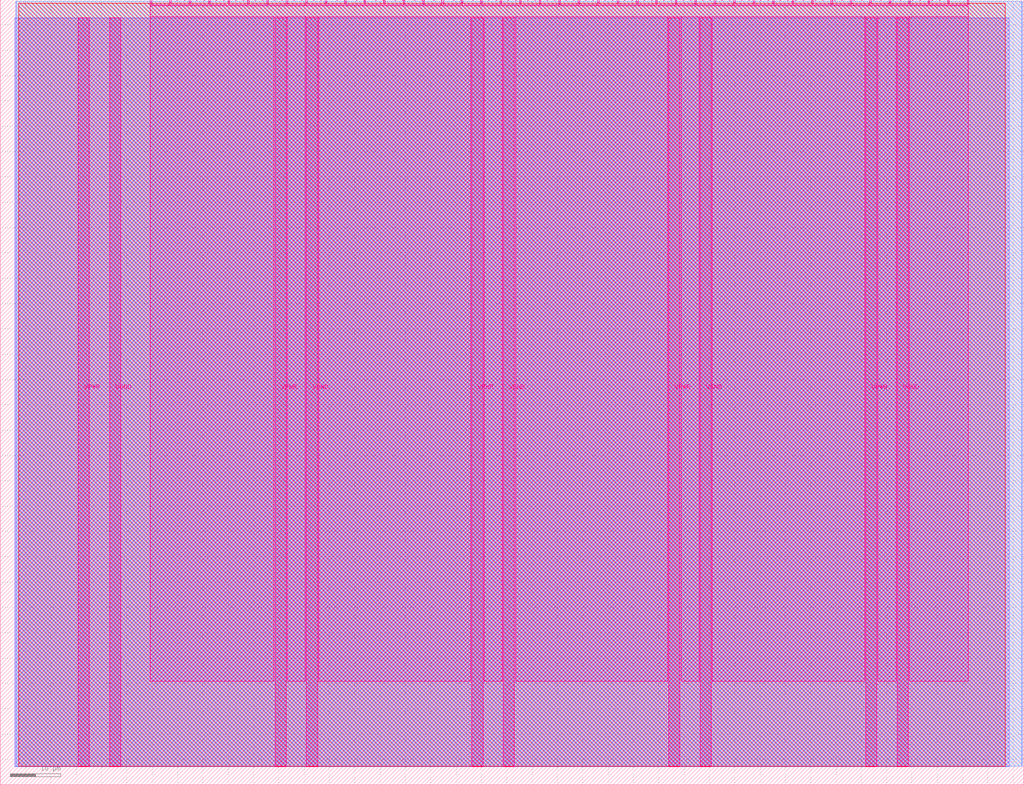
<source format=lef>
VERSION 5.7 ;
  NOWIREEXTENSIONATPIN ON ;
  DIVIDERCHAR "/" ;
  BUSBITCHARS "[]" ;
MACRO tt_um_izh_neuron_lite
  CLASS BLOCK ;
  FOREIGN tt_um_izh_neuron_lite ;
  ORIGIN 0.000 0.000 ;
  SIZE 202.080 BY 154.980 ;
  PIN VGND
    DIRECTION INOUT ;
    USE GROUND ;
    PORT
      LAYER Metal5 ;
        RECT 21.580 3.560 23.780 151.420 ;
    END
    PORT
      LAYER Metal5 ;
        RECT 60.450 3.560 62.650 151.420 ;
    END
    PORT
      LAYER Metal5 ;
        RECT 99.320 3.560 101.520 151.420 ;
    END
    PORT
      LAYER Metal5 ;
        RECT 138.190 3.560 140.390 151.420 ;
    END
    PORT
      LAYER Metal5 ;
        RECT 177.060 3.560 179.260 151.420 ;
    END
  END VGND
  PIN VPWR
    DIRECTION INOUT ;
    USE POWER ;
    PORT
      LAYER Metal5 ;
        RECT 15.380 3.560 17.580 151.420 ;
    END
    PORT
      LAYER Metal5 ;
        RECT 54.250 3.560 56.450 151.420 ;
    END
    PORT
      LAYER Metal5 ;
        RECT 93.120 3.560 95.320 151.420 ;
    END
    PORT
      LAYER Metal5 ;
        RECT 131.990 3.560 134.190 151.420 ;
    END
    PORT
      LAYER Metal5 ;
        RECT 170.860 3.560 173.060 151.420 ;
    END
  END VPWR
  PIN clk
    DIRECTION INPUT ;
    USE SIGNAL ;
    ANTENNAGATEAREA 0.213200 ;
    PORT
      LAYER Metal5 ;
        RECT 187.050 153.980 187.350 154.980 ;
    END
  END clk
  PIN ena
    DIRECTION INPUT ;
    USE SIGNAL ;
    ANTENNAGATEAREA 0.213200 ;
    PORT
      LAYER Metal5 ;
        RECT 190.890 153.980 191.190 154.980 ;
    END
  END ena
  PIN rst_n
    DIRECTION INPUT ;
    USE SIGNAL ;
    ANTENNAGATEAREA 0.426400 ;
    PORT
      LAYER Metal5 ;
        RECT 183.210 153.980 183.510 154.980 ;
    END
  END rst_n
  PIN ui_in[0]
    DIRECTION INPUT ;
    USE SIGNAL ;
    ANTENNAGATEAREA 0.213200 ;
    PORT
      LAYER Metal5 ;
        RECT 179.370 153.980 179.670 154.980 ;
    END
  END ui_in[0]
  PIN ui_in[1]
    DIRECTION INPUT ;
    USE SIGNAL ;
    ANTENNAGATEAREA 0.213200 ;
    PORT
      LAYER Metal5 ;
        RECT 175.530 153.980 175.830 154.980 ;
    END
  END ui_in[1]
  PIN ui_in[2]
    DIRECTION INPUT ;
    USE SIGNAL ;
    ANTENNAGATEAREA 0.180700 ;
    PORT
      LAYER Metal5 ;
        RECT 171.690 153.980 171.990 154.980 ;
    END
  END ui_in[2]
  PIN ui_in[3]
    DIRECTION INPUT ;
    USE SIGNAL ;
    ANTENNAGATEAREA 0.180700 ;
    PORT
      LAYER Metal5 ;
        RECT 167.850 153.980 168.150 154.980 ;
    END
  END ui_in[3]
  PIN ui_in[4]
    DIRECTION INPUT ;
    USE SIGNAL ;
    ANTENNAGATEAREA 0.180700 ;
    PORT
      LAYER Metal5 ;
        RECT 164.010 153.980 164.310 154.980 ;
    END
  END ui_in[4]
  PIN ui_in[5]
    DIRECTION INPUT ;
    USE SIGNAL ;
    ANTENNAGATEAREA 0.180700 ;
    PORT
      LAYER Metal5 ;
        RECT 160.170 153.980 160.470 154.980 ;
    END
  END ui_in[5]
  PIN ui_in[6]
    DIRECTION INPUT ;
    USE SIGNAL ;
    ANTENNAGATEAREA 0.180700 ;
    PORT
      LAYER Metal5 ;
        RECT 156.330 153.980 156.630 154.980 ;
    END
  END ui_in[6]
  PIN ui_in[7]
    DIRECTION INPUT ;
    USE SIGNAL ;
    ANTENNAGATEAREA 0.180700 ;
    PORT
      LAYER Metal5 ;
        RECT 152.490 153.980 152.790 154.980 ;
    END
  END ui_in[7]
  PIN uio_in[0]
    DIRECTION INPUT ;
    USE SIGNAL ;
    ANTENNAGATEAREA 0.180700 ;
    PORT
      LAYER Metal5 ;
        RECT 148.650 153.980 148.950 154.980 ;
    END
  END uio_in[0]
  PIN uio_in[1]
    DIRECTION INPUT ;
    USE SIGNAL ;
    ANTENNAGATEAREA 0.213200 ;
    PORT
      LAYER Metal5 ;
        RECT 144.810 153.980 145.110 154.980 ;
    END
  END uio_in[1]
  PIN uio_in[2]
    DIRECTION INPUT ;
    USE SIGNAL ;
    ANTENNAGATEAREA 0.213200 ;
    PORT
      LAYER Metal5 ;
        RECT 140.970 153.980 141.270 154.980 ;
    END
  END uio_in[2]
  PIN uio_in[3]
    DIRECTION INPUT ;
    USE SIGNAL ;
    PORT
      LAYER Metal5 ;
        RECT 137.130 153.980 137.430 154.980 ;
    END
  END uio_in[3]
  PIN uio_in[4]
    DIRECTION INPUT ;
    USE SIGNAL ;
    PORT
      LAYER Metal5 ;
        RECT 133.290 153.980 133.590 154.980 ;
    END
  END uio_in[4]
  PIN uio_in[5]
    DIRECTION INPUT ;
    USE SIGNAL ;
    PORT
      LAYER Metal5 ;
        RECT 129.450 153.980 129.750 154.980 ;
    END
  END uio_in[5]
  PIN uio_in[6]
    DIRECTION INPUT ;
    USE SIGNAL ;
    PORT
      LAYER Metal5 ;
        RECT 125.610 153.980 125.910 154.980 ;
    END
  END uio_in[6]
  PIN uio_in[7]
    DIRECTION INPUT ;
    USE SIGNAL ;
    PORT
      LAYER Metal5 ;
        RECT 121.770 153.980 122.070 154.980 ;
    END
  END uio_in[7]
  PIN uio_oe[0]
    DIRECTION OUTPUT ;
    USE SIGNAL ;
    ANTENNADIFFAREA 0.392700 ;
    PORT
      LAYER Metal5 ;
        RECT 56.490 153.980 56.790 154.980 ;
    END
  END uio_oe[0]
  PIN uio_oe[1]
    DIRECTION OUTPUT ;
    USE SIGNAL ;
    ANTENNADIFFAREA 0.392700 ;
    PORT
      LAYER Metal5 ;
        RECT 52.650 153.980 52.950 154.980 ;
    END
  END uio_oe[1]
  PIN uio_oe[2]
    DIRECTION OUTPUT ;
    USE SIGNAL ;
    ANTENNADIFFAREA 0.392700 ;
    PORT
      LAYER Metal5 ;
        RECT 48.810 153.980 49.110 154.980 ;
    END
  END uio_oe[2]
  PIN uio_oe[3]
    DIRECTION OUTPUT ;
    USE SIGNAL ;
    ANTENNADIFFAREA 0.392700 ;
    PORT
      LAYER Metal5 ;
        RECT 44.970 153.980 45.270 154.980 ;
    END
  END uio_oe[3]
  PIN uio_oe[4]
    DIRECTION OUTPUT ;
    USE SIGNAL ;
    ANTENNADIFFAREA 0.392700 ;
    PORT
      LAYER Metal5 ;
        RECT 41.130 153.980 41.430 154.980 ;
    END
  END uio_oe[4]
  PIN uio_oe[5]
    DIRECTION OUTPUT ;
    USE SIGNAL ;
    ANTENNADIFFAREA 0.299200 ;
    PORT
      LAYER Metal5 ;
        RECT 37.290 153.980 37.590 154.980 ;
    END
  END uio_oe[5]
  PIN uio_oe[6]
    DIRECTION OUTPUT ;
    USE SIGNAL ;
    ANTENNADIFFAREA 0.299200 ;
    PORT
      LAYER Metal5 ;
        RECT 33.450 153.980 33.750 154.980 ;
    END
  END uio_oe[6]
  PIN uio_oe[7]
    DIRECTION OUTPUT ;
    USE SIGNAL ;
    ANTENNADIFFAREA 0.299200 ;
    PORT
      LAYER Metal5 ;
        RECT 29.610 153.980 29.910 154.980 ;
    END
  END uio_oe[7]
  PIN uio_out[0]
    DIRECTION OUTPUT ;
    USE SIGNAL ;
    ANTENNADIFFAREA 0.654800 ;
    PORT
      LAYER Metal5 ;
        RECT 87.210 153.980 87.510 154.980 ;
    END
  END uio_out[0]
  PIN uio_out[1]
    DIRECTION OUTPUT ;
    USE SIGNAL ;
    ANTENNADIFFAREA 0.706800 ;
    PORT
      LAYER Metal5 ;
        RECT 83.370 153.980 83.670 154.980 ;
    END
  END uio_out[1]
  PIN uio_out[2]
    DIRECTION OUTPUT ;
    USE SIGNAL ;
    ANTENNADIFFAREA 0.299200 ;
    PORT
      LAYER Metal5 ;
        RECT 79.530 153.980 79.830 154.980 ;
    END
  END uio_out[2]
  PIN uio_out[3]
    DIRECTION OUTPUT ;
    USE SIGNAL ;
    ANTENNADIFFAREA 0.299200 ;
    PORT
      LAYER Metal5 ;
        RECT 75.690 153.980 75.990 154.980 ;
    END
  END uio_out[3]
  PIN uio_out[4]
    DIRECTION OUTPUT ;
    USE SIGNAL ;
    ANTENNADIFFAREA 0.299200 ;
    PORT
      LAYER Metal5 ;
        RECT 71.850 153.980 72.150 154.980 ;
    END
  END uio_out[4]
  PIN uio_out[5]
    DIRECTION OUTPUT ;
    USE SIGNAL ;
    ANTENNADIFFAREA 0.299200 ;
    PORT
      LAYER Metal5 ;
        RECT 68.010 153.980 68.310 154.980 ;
    END
  END uio_out[5]
  PIN uio_out[6]
    DIRECTION OUTPUT ;
    USE SIGNAL ;
    ANTENNADIFFAREA 0.299200 ;
    PORT
      LAYER Metal5 ;
        RECT 64.170 153.980 64.470 154.980 ;
    END
  END uio_out[6]
  PIN uio_out[7]
    DIRECTION OUTPUT ;
    USE SIGNAL ;
    ANTENNADIFFAREA 0.299200 ;
    PORT
      LAYER Metal5 ;
        RECT 60.330 153.980 60.630 154.980 ;
    END
  END uio_out[7]
  PIN uo_out[0]
    DIRECTION OUTPUT ;
    USE SIGNAL ;
    ANTENNADIFFAREA 1.124800 ;
    PORT
      LAYER Metal5 ;
        RECT 117.930 153.980 118.230 154.980 ;
    END
  END uo_out[0]
  PIN uo_out[1]
    DIRECTION OUTPUT ;
    USE SIGNAL ;
    ANTENNADIFFAREA 1.124800 ;
    PORT
      LAYER Metal5 ;
        RECT 114.090 153.980 114.390 154.980 ;
    END
  END uo_out[1]
  PIN uo_out[2]
    DIRECTION OUTPUT ;
    USE SIGNAL ;
    ANTENNADIFFAREA 1.124800 ;
    PORT
      LAYER Metal5 ;
        RECT 110.250 153.980 110.550 154.980 ;
    END
  END uo_out[2]
  PIN uo_out[3]
    DIRECTION OUTPUT ;
    USE SIGNAL ;
    ANTENNADIFFAREA 1.124800 ;
    PORT
      LAYER Metal5 ;
        RECT 106.410 153.980 106.710 154.980 ;
    END
  END uo_out[3]
  PIN uo_out[4]
    DIRECTION OUTPUT ;
    USE SIGNAL ;
    ANTENNADIFFAREA 1.135700 ;
    PORT
      LAYER Metal5 ;
        RECT 102.570 153.980 102.870 154.980 ;
    END
  END uo_out[4]
  PIN uo_out[5]
    DIRECTION OUTPUT ;
    USE SIGNAL ;
    ANTENNADIFFAREA 0.677200 ;
    PORT
      LAYER Metal5 ;
        RECT 98.730 153.980 99.030 154.980 ;
    END
  END uo_out[5]
  PIN uo_out[6]
    DIRECTION OUTPUT ;
    USE SIGNAL ;
    ANTENNADIFFAREA 1.124800 ;
    PORT
      LAYER Metal5 ;
        RECT 94.890 153.980 95.190 154.980 ;
    END
  END uo_out[6]
  PIN uo_out[7]
    DIRECTION OUTPUT ;
    USE SIGNAL ;
    ANTENNADIFFAREA 1.135700 ;
    PORT
      LAYER Metal5 ;
        RECT 91.050 153.980 91.350 154.980 ;
    END
  END uo_out[7]
  OBS
      LAYER GatPoly ;
        RECT 2.880 3.630 199.200 151.350 ;
      LAYER Metal1 ;
        RECT 2.880 3.560 199.200 151.420 ;
      LAYER Metal2 ;
        RECT 3.085 3.680 201.745 154.660 ;
      LAYER Metal3 ;
        RECT 3.260 3.635 201.700 154.705 ;
      LAYER Metal4 ;
        RECT 3.695 3.680 198.385 154.240 ;
      LAYER Metal5 ;
        RECT 30.120 153.770 33.240 153.980 ;
        RECT 33.960 153.770 37.080 153.980 ;
        RECT 37.800 153.770 40.920 153.980 ;
        RECT 41.640 153.770 44.760 153.980 ;
        RECT 45.480 153.770 48.600 153.980 ;
        RECT 49.320 153.770 52.440 153.980 ;
        RECT 53.160 153.770 56.280 153.980 ;
        RECT 57.000 153.770 60.120 153.980 ;
        RECT 60.840 153.770 63.960 153.980 ;
        RECT 64.680 153.770 67.800 153.980 ;
        RECT 68.520 153.770 71.640 153.980 ;
        RECT 72.360 153.770 75.480 153.980 ;
        RECT 76.200 153.770 79.320 153.980 ;
        RECT 80.040 153.770 83.160 153.980 ;
        RECT 83.880 153.770 87.000 153.980 ;
        RECT 87.720 153.770 90.840 153.980 ;
        RECT 91.560 153.770 94.680 153.980 ;
        RECT 95.400 153.770 98.520 153.980 ;
        RECT 99.240 153.770 102.360 153.980 ;
        RECT 103.080 153.770 106.200 153.980 ;
        RECT 106.920 153.770 110.040 153.980 ;
        RECT 110.760 153.770 113.880 153.980 ;
        RECT 114.600 153.770 117.720 153.980 ;
        RECT 118.440 153.770 121.560 153.980 ;
        RECT 122.280 153.770 125.400 153.980 ;
        RECT 126.120 153.770 129.240 153.980 ;
        RECT 129.960 153.770 133.080 153.980 ;
        RECT 133.800 153.770 136.920 153.980 ;
        RECT 137.640 153.770 140.760 153.980 ;
        RECT 141.480 153.770 144.600 153.980 ;
        RECT 145.320 153.770 148.440 153.980 ;
        RECT 149.160 153.770 152.280 153.980 ;
        RECT 153.000 153.770 156.120 153.980 ;
        RECT 156.840 153.770 159.960 153.980 ;
        RECT 160.680 153.770 163.800 153.980 ;
        RECT 164.520 153.770 167.640 153.980 ;
        RECT 168.360 153.770 171.480 153.980 ;
        RECT 172.200 153.770 175.320 153.980 ;
        RECT 176.040 153.770 179.160 153.980 ;
        RECT 179.880 153.770 183.000 153.980 ;
        RECT 183.720 153.770 186.840 153.980 ;
        RECT 187.560 153.770 190.680 153.980 ;
        RECT 29.660 151.630 191.140 153.770 ;
        RECT 29.660 20.435 54.040 151.630 ;
        RECT 56.660 20.435 60.240 151.630 ;
        RECT 62.860 20.435 92.910 151.630 ;
        RECT 95.530 20.435 99.110 151.630 ;
        RECT 101.730 20.435 131.780 151.630 ;
        RECT 134.400 20.435 137.980 151.630 ;
        RECT 140.600 20.435 170.650 151.630 ;
        RECT 173.270 20.435 176.850 151.630 ;
        RECT 179.470 20.435 191.140 151.630 ;
  END
END tt_um_izh_neuron_lite
END LIBRARY


</source>
